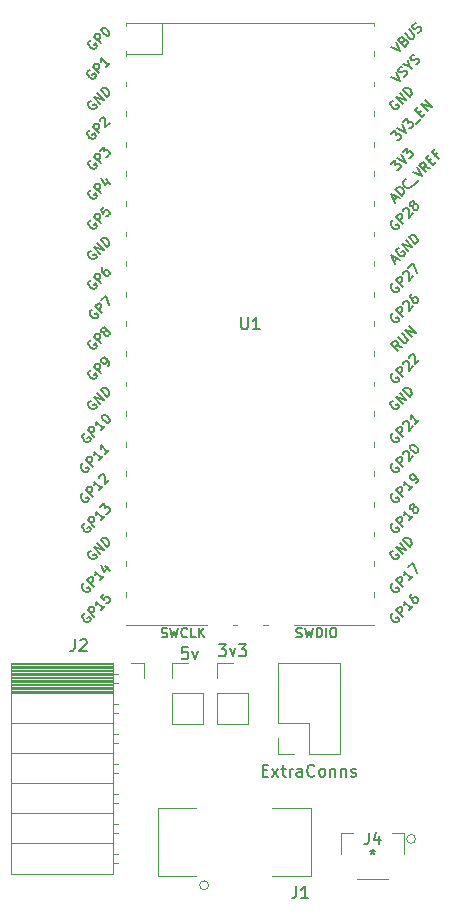
<source format=gbr>
%TF.GenerationSoftware,KiCad,Pcbnew,6.0.8-f2edbf62ab~116~ubuntu22.04.1*%
%TF.CreationDate,2022-10-03T19:03:55-04:00*%
%TF.ProjectId,PicoProbeProgrammerBoard,5069636f-5072-46f6-9265-50726f677261,rev?*%
%TF.SameCoordinates,Original*%
%TF.FileFunction,Legend,Top*%
%TF.FilePolarity,Positive*%
%FSLAX46Y46*%
G04 Gerber Fmt 4.6, Leading zero omitted, Abs format (unit mm)*
G04 Created by KiCad (PCBNEW 6.0.8-f2edbf62ab~116~ubuntu22.04.1) date 2022-10-03 19:03:55*
%MOMM*%
%LPD*%
G01*
G04 APERTURE LIST*
%ADD10C,0.150000*%
%ADD11C,0.120000*%
G04 APERTURE END LIST*
D10*
%TO.C,J2*%
X113904666Y-71866380D02*
X113904666Y-72580666D01*
X113857047Y-72723523D01*
X113761809Y-72818761D01*
X113618952Y-72866380D01*
X113523714Y-72866380D01*
X114333238Y-71961619D02*
X114380857Y-71914000D01*
X114476095Y-71866380D01*
X114714190Y-71866380D01*
X114809428Y-71914000D01*
X114857047Y-71961619D01*
X114904666Y-72056857D01*
X114904666Y-72152095D01*
X114857047Y-72294952D01*
X114285619Y-72866380D01*
X114904666Y-72866380D01*
%TO.C,J4*%
X138766666Y-88223980D02*
X138766666Y-88938266D01*
X138719047Y-89081123D01*
X138623809Y-89176361D01*
X138480952Y-89223980D01*
X138385714Y-89223980D01*
X139671428Y-88557314D02*
X139671428Y-89223980D01*
X139433333Y-88176361D02*
X139195238Y-88890647D01*
X139814285Y-88890647D01*
X139100000Y-89652380D02*
X139100000Y-89890476D01*
X138861904Y-89795238D02*
X139100000Y-89890476D01*
X139338095Y-89795238D01*
X138957142Y-90080952D02*
X139100000Y-89890476D01*
X139242857Y-90080952D01*
%TO.C,ExtraConns*%
X129802428Y-82962571D02*
X130135761Y-82962571D01*
X130278619Y-83486380D02*
X129802428Y-83486380D01*
X129802428Y-82486380D01*
X130278619Y-82486380D01*
X130611952Y-83486380D02*
X131135761Y-82819714D01*
X130611952Y-82819714D02*
X131135761Y-83486380D01*
X131373857Y-82819714D02*
X131754809Y-82819714D01*
X131516714Y-82486380D02*
X131516714Y-83343523D01*
X131564333Y-83438761D01*
X131659571Y-83486380D01*
X131754809Y-83486380D01*
X132088142Y-83486380D02*
X132088142Y-82819714D01*
X132088142Y-83010190D02*
X132135761Y-82914952D01*
X132183380Y-82867333D01*
X132278619Y-82819714D01*
X132373857Y-82819714D01*
X133135761Y-83486380D02*
X133135761Y-82962571D01*
X133088142Y-82867333D01*
X132992904Y-82819714D01*
X132802428Y-82819714D01*
X132707190Y-82867333D01*
X133135761Y-83438761D02*
X133040523Y-83486380D01*
X132802428Y-83486380D01*
X132707190Y-83438761D01*
X132659571Y-83343523D01*
X132659571Y-83248285D01*
X132707190Y-83153047D01*
X132802428Y-83105428D01*
X133040523Y-83105428D01*
X133135761Y-83057809D01*
X134183380Y-83391142D02*
X134135761Y-83438761D01*
X133992904Y-83486380D01*
X133897666Y-83486380D01*
X133754809Y-83438761D01*
X133659571Y-83343523D01*
X133611952Y-83248285D01*
X133564333Y-83057809D01*
X133564333Y-82914952D01*
X133611952Y-82724476D01*
X133659571Y-82629238D01*
X133754809Y-82534000D01*
X133897666Y-82486380D01*
X133992904Y-82486380D01*
X134135761Y-82534000D01*
X134183380Y-82581619D01*
X134754809Y-83486380D02*
X134659571Y-83438761D01*
X134611952Y-83391142D01*
X134564333Y-83295904D01*
X134564333Y-83010190D01*
X134611952Y-82914952D01*
X134659571Y-82867333D01*
X134754809Y-82819714D01*
X134897666Y-82819714D01*
X134992904Y-82867333D01*
X135040523Y-82914952D01*
X135088142Y-83010190D01*
X135088142Y-83295904D01*
X135040523Y-83391142D01*
X134992904Y-83438761D01*
X134897666Y-83486380D01*
X134754809Y-83486380D01*
X135516714Y-82819714D02*
X135516714Y-83486380D01*
X135516714Y-82914952D02*
X135564333Y-82867333D01*
X135659571Y-82819714D01*
X135802428Y-82819714D01*
X135897666Y-82867333D01*
X135945285Y-82962571D01*
X135945285Y-83486380D01*
X136421476Y-82819714D02*
X136421476Y-83486380D01*
X136421476Y-82914952D02*
X136469095Y-82867333D01*
X136564333Y-82819714D01*
X136707190Y-82819714D01*
X136802428Y-82867333D01*
X136850047Y-82962571D01*
X136850047Y-83486380D01*
X137278619Y-83438761D02*
X137373857Y-83486380D01*
X137564333Y-83486380D01*
X137659571Y-83438761D01*
X137707190Y-83343523D01*
X137707190Y-83295904D01*
X137659571Y-83200666D01*
X137564333Y-83153047D01*
X137421476Y-83153047D01*
X137326238Y-83105428D01*
X137278619Y-83010190D01*
X137278619Y-82962571D01*
X137326238Y-82867333D01*
X137421476Y-82819714D01*
X137564333Y-82819714D01*
X137659571Y-82867333D01*
%TO.C,3v3*%
X126063523Y-72306380D02*
X126682571Y-72306380D01*
X126349238Y-72687333D01*
X126492095Y-72687333D01*
X126587333Y-72734952D01*
X126634952Y-72782571D01*
X126682571Y-72877809D01*
X126682571Y-73115904D01*
X126634952Y-73211142D01*
X126587333Y-73258761D01*
X126492095Y-73306380D01*
X126206380Y-73306380D01*
X126111142Y-73258761D01*
X126063523Y-73211142D01*
X127015904Y-72639714D02*
X127254000Y-73306380D01*
X127492095Y-72639714D01*
X127777809Y-72306380D02*
X128396857Y-72306380D01*
X128063523Y-72687333D01*
X128206380Y-72687333D01*
X128301619Y-72734952D01*
X128349238Y-72782571D01*
X128396857Y-72877809D01*
X128396857Y-73115904D01*
X128349238Y-73211142D01*
X128301619Y-73258761D01*
X128206380Y-73306380D01*
X127920666Y-73306380D01*
X127825428Y-73258761D01*
X127777809Y-73211142D01*
%TO.C,5v*%
X123453542Y-72553580D02*
X122977352Y-72553580D01*
X122929733Y-73029771D01*
X122977352Y-72982152D01*
X123072590Y-72934533D01*
X123310685Y-72934533D01*
X123405923Y-72982152D01*
X123453542Y-73029771D01*
X123501161Y-73125009D01*
X123501161Y-73363104D01*
X123453542Y-73458342D01*
X123405923Y-73505961D01*
X123310685Y-73553580D01*
X123072590Y-73553580D01*
X122977352Y-73505961D01*
X122929733Y-73458342D01*
X123834495Y-72886914D02*
X124072590Y-73553580D01*
X124310685Y-72886914D01*
%TO.C,J1*%
X132635666Y-92784380D02*
X132635666Y-93498666D01*
X132588047Y-93641523D01*
X132492809Y-93736761D01*
X132349952Y-93784380D01*
X132254714Y-93784380D01*
X133635666Y-93784380D02*
X133064238Y-93784380D01*
X133349952Y-93784380D02*
X133349952Y-92784380D01*
X133254714Y-92927238D01*
X133159476Y-93022476D01*
X133064238Y-93070095D01*
%TO.C,U1*%
X127988095Y-44602380D02*
X127988095Y-45411904D01*
X128035714Y-45507142D01*
X128083333Y-45554761D01*
X128178571Y-45602380D01*
X128369047Y-45602380D01*
X128464285Y-45554761D01*
X128511904Y-45507142D01*
X128559523Y-45411904D01*
X128559523Y-44602380D01*
X129559523Y-45602380D02*
X128988095Y-45602380D01*
X129273809Y-45602380D02*
X129273809Y-44602380D01*
X129178571Y-44745238D01*
X129083333Y-44840476D01*
X128988095Y-44888095D01*
X140670473Y-24219966D02*
X141424720Y-24597089D01*
X141047597Y-23842842D01*
X141747969Y-24219966D02*
X141855719Y-24166091D01*
X141990406Y-24031404D01*
X142017343Y-23950592D01*
X142017343Y-23896717D01*
X141990406Y-23815905D01*
X141936531Y-23762030D01*
X141855719Y-23735093D01*
X141801844Y-23735093D01*
X141721032Y-23762030D01*
X141586345Y-23842842D01*
X141505532Y-23869780D01*
X141451658Y-23869780D01*
X141370845Y-23842842D01*
X141316971Y-23788967D01*
X141290033Y-23708155D01*
X141290033Y-23654280D01*
X141316971Y-23573468D01*
X141451658Y-23438781D01*
X141559407Y-23384906D01*
X142178967Y-23304094D02*
X142448341Y-23573468D01*
X141694094Y-23196345D02*
X142178967Y-23304094D01*
X142071218Y-22819221D01*
X142771590Y-23196345D02*
X142879340Y-23142470D01*
X143014027Y-23007783D01*
X143040964Y-22926971D01*
X143040964Y-22873096D01*
X143014027Y-22792284D01*
X142960152Y-22738409D01*
X142879340Y-22711471D01*
X142825465Y-22711471D01*
X142744653Y-22738409D01*
X142609966Y-22819221D01*
X142529154Y-22846158D01*
X142475279Y-22846158D01*
X142394467Y-22819221D01*
X142340592Y-22765346D01*
X142313654Y-22684534D01*
X142313654Y-22630659D01*
X142340592Y-22549847D01*
X142475279Y-22415160D01*
X142583028Y-22361285D01*
X115236158Y-51648155D02*
X115155346Y-51675093D01*
X115074534Y-51755905D01*
X115020659Y-51863654D01*
X115020659Y-51971404D01*
X115047597Y-52052216D01*
X115128409Y-52186903D01*
X115209221Y-52267715D01*
X115343908Y-52348528D01*
X115424720Y-52375465D01*
X115532470Y-52375465D01*
X115640219Y-52321590D01*
X115694094Y-52267715D01*
X115747969Y-52159966D01*
X115747969Y-52106091D01*
X115559407Y-51917529D01*
X115451658Y-52025279D01*
X116044280Y-51917529D02*
X115478595Y-51351844D01*
X116367529Y-51594280D01*
X115801844Y-51028595D01*
X116636903Y-51324906D02*
X116071218Y-50759221D01*
X116205905Y-50624534D01*
X116313654Y-50570659D01*
X116421404Y-50570659D01*
X116502216Y-50597597D01*
X116636903Y-50678409D01*
X116717715Y-50759221D01*
X116798528Y-50893908D01*
X116825465Y-50974720D01*
X116825465Y-51082470D01*
X116771590Y-51190219D01*
X116636903Y-51324906D01*
X140847722Y-62050592D02*
X140766910Y-62077529D01*
X140686097Y-62158341D01*
X140632223Y-62266091D01*
X140632223Y-62373841D01*
X140659160Y-62454653D01*
X140739972Y-62589340D01*
X140820784Y-62670152D01*
X140955471Y-62750964D01*
X141036284Y-62777902D01*
X141144033Y-62777902D01*
X141251783Y-62724027D01*
X141305658Y-62670152D01*
X141359532Y-62562402D01*
X141359532Y-62508528D01*
X141170971Y-62319966D01*
X141063221Y-62427715D01*
X141655844Y-62319966D02*
X141090158Y-61754280D01*
X141305658Y-61538781D01*
X141386470Y-61511844D01*
X141440345Y-61511844D01*
X141521157Y-61538781D01*
X141601969Y-61619593D01*
X141628906Y-61700406D01*
X141628906Y-61754280D01*
X141601969Y-61835093D01*
X141386470Y-62050592D01*
X142517841Y-61457969D02*
X142194592Y-61781218D01*
X142356216Y-61619593D02*
X141790531Y-61053908D01*
X141817468Y-61188595D01*
X141817468Y-61296345D01*
X141790531Y-61377157D01*
X142517841Y-60811471D02*
X142437028Y-60838409D01*
X142383154Y-60838409D01*
X142302341Y-60811471D01*
X142275404Y-60784534D01*
X142248467Y-60703722D01*
X142248467Y-60649847D01*
X142275404Y-60569035D01*
X142383154Y-60461285D01*
X142463966Y-60434348D01*
X142517841Y-60434348D01*
X142598653Y-60461285D01*
X142625590Y-60488223D01*
X142652528Y-60569035D01*
X142652528Y-60622910D01*
X142625590Y-60703722D01*
X142517841Y-60811471D01*
X142490903Y-60892284D01*
X142490903Y-60946158D01*
X142517841Y-61026971D01*
X142625590Y-61134720D01*
X142706402Y-61161658D01*
X142760277Y-61161658D01*
X142841089Y-61134720D01*
X142948839Y-61026971D01*
X142975776Y-60946158D01*
X142975776Y-60892284D01*
X142948839Y-60811471D01*
X142841089Y-60703722D01*
X142760277Y-60676784D01*
X142706402Y-60676784D01*
X142625590Y-60703722D01*
X115263096Y-46541218D02*
X115182284Y-46568155D01*
X115101471Y-46648967D01*
X115047597Y-46756717D01*
X115047597Y-46864467D01*
X115074534Y-46945279D01*
X115155346Y-47079966D01*
X115236158Y-47160778D01*
X115370845Y-47241590D01*
X115451658Y-47268528D01*
X115559407Y-47268528D01*
X115667157Y-47214653D01*
X115721032Y-47160778D01*
X115774906Y-47053028D01*
X115774906Y-46999154D01*
X115586345Y-46810592D01*
X115478595Y-46918341D01*
X116071218Y-46810592D02*
X115505532Y-46244906D01*
X115721032Y-46029407D01*
X115801844Y-46002470D01*
X115855719Y-46002470D01*
X115936531Y-46029407D01*
X116017343Y-46110219D01*
X116044280Y-46191032D01*
X116044280Y-46244906D01*
X116017343Y-46325719D01*
X115801844Y-46541218D01*
X116394467Y-45840845D02*
X116313654Y-45867783D01*
X116259780Y-45867783D01*
X116178967Y-45840845D01*
X116152030Y-45813908D01*
X116125093Y-45733096D01*
X116125093Y-45679221D01*
X116152030Y-45598409D01*
X116259780Y-45490659D01*
X116340592Y-45463722D01*
X116394467Y-45463722D01*
X116475279Y-45490659D01*
X116502216Y-45517597D01*
X116529154Y-45598409D01*
X116529154Y-45652284D01*
X116502216Y-45733096D01*
X116394467Y-45840845D01*
X116367529Y-45921658D01*
X116367529Y-45975532D01*
X116394467Y-46056345D01*
X116502216Y-46164094D01*
X116583028Y-46191032D01*
X116636903Y-46191032D01*
X116717715Y-46164094D01*
X116825465Y-46056345D01*
X116852402Y-45975532D01*
X116852402Y-45921658D01*
X116825465Y-45840845D01*
X116717715Y-45733096D01*
X116636903Y-45706158D01*
X116583028Y-45706158D01*
X116502216Y-45733096D01*
X140847722Y-44270592D02*
X140766910Y-44297529D01*
X140686097Y-44378341D01*
X140632223Y-44486091D01*
X140632223Y-44593841D01*
X140659160Y-44674653D01*
X140739972Y-44809340D01*
X140820784Y-44890152D01*
X140955471Y-44970964D01*
X141036284Y-44997902D01*
X141144033Y-44997902D01*
X141251783Y-44944027D01*
X141305658Y-44890152D01*
X141359532Y-44782402D01*
X141359532Y-44728528D01*
X141170971Y-44539966D01*
X141063221Y-44647715D01*
X141655844Y-44539966D02*
X141090158Y-43974280D01*
X141305658Y-43758781D01*
X141386470Y-43731844D01*
X141440345Y-43731844D01*
X141521157Y-43758781D01*
X141601969Y-43839593D01*
X141628906Y-43920406D01*
X141628906Y-43974280D01*
X141601969Y-44055093D01*
X141386470Y-44270592D01*
X141682781Y-43489407D02*
X141682781Y-43435532D01*
X141709719Y-43354720D01*
X141844406Y-43220033D01*
X141925218Y-43193096D01*
X141979093Y-43193096D01*
X142059905Y-43220033D01*
X142113780Y-43273908D01*
X142167654Y-43381658D01*
X142167654Y-44028155D01*
X142517841Y-43677969D01*
X142437028Y-42627410D02*
X142329279Y-42735160D01*
X142302341Y-42815972D01*
X142302341Y-42869847D01*
X142329279Y-43004534D01*
X142410091Y-43139221D01*
X142625590Y-43354720D01*
X142706402Y-43381658D01*
X142760277Y-43381658D01*
X142841089Y-43354720D01*
X142948839Y-43246971D01*
X142975776Y-43166158D01*
X142975776Y-43112284D01*
X142948839Y-43031471D01*
X142814152Y-42896784D01*
X142733340Y-42869847D01*
X142679465Y-42869847D01*
X142598653Y-42896784D01*
X142490903Y-43004534D01*
X142463966Y-43085346D01*
X142463966Y-43139221D01*
X142490903Y-43220033D01*
X115163096Y-23671218D02*
X115082284Y-23698155D01*
X115001471Y-23778967D01*
X114947597Y-23886717D01*
X114947597Y-23994467D01*
X114974534Y-24075279D01*
X115055346Y-24209966D01*
X115136158Y-24290778D01*
X115270845Y-24371590D01*
X115351658Y-24398528D01*
X115459407Y-24398528D01*
X115567157Y-24344653D01*
X115621032Y-24290778D01*
X115674906Y-24183028D01*
X115674906Y-24129154D01*
X115486345Y-23940592D01*
X115378595Y-24048341D01*
X115971218Y-23940592D02*
X115405532Y-23374906D01*
X115621032Y-23159407D01*
X115701844Y-23132470D01*
X115755719Y-23132470D01*
X115836531Y-23159407D01*
X115917343Y-23240219D01*
X115944280Y-23321032D01*
X115944280Y-23374906D01*
X115917343Y-23455719D01*
X115701844Y-23671218D01*
X116833215Y-23078595D02*
X116509966Y-23401844D01*
X116671590Y-23240219D02*
X116105905Y-22674534D01*
X116132842Y-22809221D01*
X116132842Y-22916971D01*
X116105905Y-22997783D01*
X115263096Y-33841218D02*
X115182284Y-33868155D01*
X115101471Y-33948967D01*
X115047597Y-34056717D01*
X115047597Y-34164467D01*
X115074534Y-34245279D01*
X115155346Y-34379966D01*
X115236158Y-34460778D01*
X115370845Y-34541590D01*
X115451658Y-34568528D01*
X115559407Y-34568528D01*
X115667157Y-34514653D01*
X115721032Y-34460778D01*
X115774906Y-34353028D01*
X115774906Y-34299154D01*
X115586345Y-34110592D01*
X115478595Y-34218341D01*
X116071218Y-34110592D02*
X115505532Y-33544906D01*
X115721032Y-33329407D01*
X115801844Y-33302470D01*
X115855719Y-33302470D01*
X115936531Y-33329407D01*
X116017343Y-33410219D01*
X116044280Y-33491032D01*
X116044280Y-33544906D01*
X116017343Y-33625719D01*
X115801844Y-33841218D01*
X116502216Y-32925346D02*
X116879340Y-33302470D01*
X116152030Y-32844534D02*
X116421404Y-33383282D01*
X116771590Y-33033096D01*
X140847722Y-49350592D02*
X140766910Y-49377529D01*
X140686097Y-49458341D01*
X140632223Y-49566091D01*
X140632223Y-49673841D01*
X140659160Y-49754653D01*
X140739972Y-49889340D01*
X140820784Y-49970152D01*
X140955471Y-50050964D01*
X141036284Y-50077902D01*
X141144033Y-50077902D01*
X141251783Y-50024027D01*
X141305658Y-49970152D01*
X141359532Y-49862402D01*
X141359532Y-49808528D01*
X141170971Y-49619966D01*
X141063221Y-49727715D01*
X141655844Y-49619966D02*
X141090158Y-49054280D01*
X141305658Y-48838781D01*
X141386470Y-48811844D01*
X141440345Y-48811844D01*
X141521157Y-48838781D01*
X141601969Y-48919593D01*
X141628906Y-49000406D01*
X141628906Y-49054280D01*
X141601969Y-49135093D01*
X141386470Y-49350592D01*
X141682781Y-48569407D02*
X141682781Y-48515532D01*
X141709719Y-48434720D01*
X141844406Y-48300033D01*
X141925218Y-48273096D01*
X141979093Y-48273096D01*
X142059905Y-48300033D01*
X142113780Y-48353908D01*
X142167654Y-48461658D01*
X142167654Y-49108155D01*
X142517841Y-48757969D01*
X142221529Y-48030659D02*
X142221529Y-47976784D01*
X142248467Y-47895972D01*
X142383154Y-47761285D01*
X142463966Y-47734348D01*
X142517841Y-47734348D01*
X142598653Y-47761285D01*
X142652528Y-47815160D01*
X142706402Y-47922910D01*
X142706402Y-48569407D01*
X143056589Y-48219221D01*
X114593722Y-56970592D02*
X114512910Y-56997529D01*
X114432097Y-57078341D01*
X114378223Y-57186091D01*
X114378223Y-57293841D01*
X114405160Y-57374653D01*
X114485972Y-57509340D01*
X114566784Y-57590152D01*
X114701471Y-57670964D01*
X114782284Y-57697902D01*
X114890033Y-57697902D01*
X114997783Y-57644027D01*
X115051658Y-57590152D01*
X115105532Y-57482402D01*
X115105532Y-57428528D01*
X114916971Y-57239966D01*
X114809221Y-57347715D01*
X115401844Y-57239966D02*
X114836158Y-56674280D01*
X115051658Y-56458781D01*
X115132470Y-56431844D01*
X115186345Y-56431844D01*
X115267157Y-56458781D01*
X115347969Y-56539593D01*
X115374906Y-56620406D01*
X115374906Y-56674280D01*
X115347969Y-56755093D01*
X115132470Y-56970592D01*
X116263841Y-56377969D02*
X115940592Y-56701218D01*
X116102216Y-56539593D02*
X115536531Y-55973908D01*
X115563468Y-56108595D01*
X115563468Y-56216345D01*
X115536531Y-56297157D01*
X116802589Y-55839221D02*
X116479340Y-56162470D01*
X116640964Y-56000845D02*
X116075279Y-55435160D01*
X116102216Y-55569847D01*
X116102216Y-55677597D01*
X116075279Y-55758409D01*
X121240476Y-71673809D02*
X121354761Y-71711904D01*
X121545238Y-71711904D01*
X121621428Y-71673809D01*
X121659523Y-71635714D01*
X121697619Y-71559523D01*
X121697619Y-71483333D01*
X121659523Y-71407142D01*
X121621428Y-71369047D01*
X121545238Y-71330952D01*
X121392857Y-71292857D01*
X121316666Y-71254761D01*
X121278571Y-71216666D01*
X121240476Y-71140476D01*
X121240476Y-71064285D01*
X121278571Y-70988095D01*
X121316666Y-70950000D01*
X121392857Y-70911904D01*
X121583333Y-70911904D01*
X121697619Y-70950000D01*
X121964285Y-70911904D02*
X122154761Y-71711904D01*
X122307142Y-71140476D01*
X122459523Y-71711904D01*
X122650000Y-70911904D01*
X123411904Y-71635714D02*
X123373809Y-71673809D01*
X123259523Y-71711904D01*
X123183333Y-71711904D01*
X123069047Y-71673809D01*
X122992857Y-71597619D01*
X122954761Y-71521428D01*
X122916666Y-71369047D01*
X122916666Y-71254761D01*
X122954761Y-71102380D01*
X122992857Y-71026190D01*
X123069047Y-70950000D01*
X123183333Y-70911904D01*
X123259523Y-70911904D01*
X123373809Y-70950000D01*
X123411904Y-70988095D01*
X124135714Y-71711904D02*
X123754761Y-71711904D01*
X123754761Y-70911904D01*
X124402380Y-71711904D02*
X124402380Y-70911904D01*
X124859523Y-71711904D02*
X124516666Y-71254761D01*
X124859523Y-70911904D02*
X124402380Y-71369047D01*
X140639847Y-31640592D02*
X140990033Y-31290406D01*
X141016971Y-31694467D01*
X141097783Y-31613654D01*
X141178595Y-31586717D01*
X141232470Y-31586717D01*
X141313282Y-31613654D01*
X141447969Y-31748341D01*
X141474906Y-31829154D01*
X141474906Y-31883028D01*
X141447969Y-31963841D01*
X141286345Y-32125465D01*
X141205532Y-32152402D01*
X141151658Y-32152402D01*
X141151658Y-31128781D02*
X141905905Y-31505905D01*
X141528781Y-30751658D01*
X141663468Y-30616971D02*
X142013654Y-30266784D01*
X142040592Y-30670845D01*
X142121404Y-30590033D01*
X142202216Y-30563096D01*
X142256091Y-30563096D01*
X142336903Y-30590033D01*
X142471590Y-30724720D01*
X142498528Y-30805532D01*
X142498528Y-30859407D01*
X142471590Y-30940219D01*
X142309966Y-31101844D01*
X142229154Y-31128781D01*
X142175279Y-31128781D01*
X140847722Y-36396592D02*
X140766910Y-36423529D01*
X140686097Y-36504341D01*
X140632223Y-36612091D01*
X140632223Y-36719841D01*
X140659160Y-36800653D01*
X140739972Y-36935340D01*
X140820784Y-37016152D01*
X140955471Y-37096964D01*
X141036284Y-37123902D01*
X141144033Y-37123902D01*
X141251783Y-37070027D01*
X141305658Y-37016152D01*
X141359532Y-36908402D01*
X141359532Y-36854528D01*
X141170971Y-36665966D01*
X141063221Y-36773715D01*
X141655844Y-36665966D02*
X141090158Y-36100280D01*
X141305658Y-35884781D01*
X141386470Y-35857844D01*
X141440345Y-35857844D01*
X141521157Y-35884781D01*
X141601969Y-35965593D01*
X141628906Y-36046406D01*
X141628906Y-36100280D01*
X141601969Y-36181093D01*
X141386470Y-36396592D01*
X141682781Y-35615407D02*
X141682781Y-35561532D01*
X141709719Y-35480720D01*
X141844406Y-35346033D01*
X141925218Y-35319096D01*
X141979093Y-35319096D01*
X142059905Y-35346033D01*
X142113780Y-35399908D01*
X142167654Y-35507658D01*
X142167654Y-36154155D01*
X142517841Y-35803969D01*
X142517841Y-35157471D02*
X142437028Y-35184409D01*
X142383154Y-35184409D01*
X142302341Y-35157471D01*
X142275404Y-35130534D01*
X142248467Y-35049722D01*
X142248467Y-34995847D01*
X142275404Y-34915035D01*
X142383154Y-34807285D01*
X142463966Y-34780348D01*
X142517841Y-34780348D01*
X142598653Y-34807285D01*
X142625590Y-34834223D01*
X142652528Y-34915035D01*
X142652528Y-34968910D01*
X142625590Y-35049722D01*
X142517841Y-35157471D01*
X142490903Y-35238284D01*
X142490903Y-35292158D01*
X142517841Y-35372971D01*
X142625590Y-35480720D01*
X142706402Y-35507658D01*
X142760277Y-35507658D01*
X142841089Y-35480720D01*
X142948839Y-35372971D01*
X142975776Y-35292158D01*
X142975776Y-35238284D01*
X142948839Y-35157471D01*
X142841089Y-35049722D01*
X142760277Y-35022784D01*
X142706402Y-35022784D01*
X142625590Y-35049722D01*
X140847722Y-69670592D02*
X140766910Y-69697529D01*
X140686097Y-69778341D01*
X140632223Y-69886091D01*
X140632223Y-69993841D01*
X140659160Y-70074653D01*
X140739972Y-70209340D01*
X140820784Y-70290152D01*
X140955471Y-70370964D01*
X141036284Y-70397902D01*
X141144033Y-70397902D01*
X141251783Y-70344027D01*
X141305658Y-70290152D01*
X141359532Y-70182402D01*
X141359532Y-70128528D01*
X141170971Y-69939966D01*
X141063221Y-70047715D01*
X141655844Y-69939966D02*
X141090158Y-69374280D01*
X141305658Y-69158781D01*
X141386470Y-69131844D01*
X141440345Y-69131844D01*
X141521157Y-69158781D01*
X141601969Y-69239593D01*
X141628906Y-69320406D01*
X141628906Y-69374280D01*
X141601969Y-69455093D01*
X141386470Y-69670592D01*
X142517841Y-69077969D02*
X142194592Y-69401218D01*
X142356216Y-69239593D02*
X141790531Y-68673908D01*
X141817468Y-68808595D01*
X141817468Y-68916345D01*
X141790531Y-68997157D01*
X142437028Y-68027410D02*
X142329279Y-68135160D01*
X142302341Y-68215972D01*
X142302341Y-68269847D01*
X142329279Y-68404534D01*
X142410091Y-68539221D01*
X142625590Y-68754720D01*
X142706402Y-68781658D01*
X142760277Y-68781658D01*
X142841089Y-68754720D01*
X142948839Y-68646971D01*
X142975776Y-68566158D01*
X142975776Y-68512284D01*
X142948839Y-68431471D01*
X142814152Y-68296784D01*
X142733340Y-68269847D01*
X142679465Y-68269847D01*
X142598653Y-68296784D01*
X142490903Y-68404534D01*
X142463966Y-68485346D01*
X142463966Y-68539221D01*
X142490903Y-68620033D01*
X140836158Y-51648155D02*
X140755346Y-51675093D01*
X140674534Y-51755905D01*
X140620659Y-51863654D01*
X140620659Y-51971404D01*
X140647597Y-52052216D01*
X140728409Y-52186903D01*
X140809221Y-52267715D01*
X140943908Y-52348528D01*
X141024720Y-52375465D01*
X141132470Y-52375465D01*
X141240219Y-52321590D01*
X141294094Y-52267715D01*
X141347969Y-52159966D01*
X141347969Y-52106091D01*
X141159407Y-51917529D01*
X141051658Y-52025279D01*
X141644280Y-51917529D02*
X141078595Y-51351844D01*
X141967529Y-51594280D01*
X141401844Y-51028595D01*
X142236903Y-51324906D02*
X141671218Y-50759221D01*
X141805905Y-50624534D01*
X141913654Y-50570659D01*
X142021404Y-50570659D01*
X142102216Y-50597597D01*
X142236903Y-50678409D01*
X142317715Y-50759221D01*
X142398528Y-50893908D01*
X142425465Y-50974720D01*
X142425465Y-51082470D01*
X142371590Y-51190219D01*
X142236903Y-51324906D01*
X115263096Y-21141218D02*
X115182284Y-21168155D01*
X115101471Y-21248967D01*
X115047597Y-21356717D01*
X115047597Y-21464467D01*
X115074534Y-21545279D01*
X115155346Y-21679966D01*
X115236158Y-21760778D01*
X115370845Y-21841590D01*
X115451658Y-21868528D01*
X115559407Y-21868528D01*
X115667157Y-21814653D01*
X115721032Y-21760778D01*
X115774906Y-21653028D01*
X115774906Y-21599154D01*
X115586345Y-21410592D01*
X115478595Y-21518341D01*
X116071218Y-21410592D02*
X115505532Y-20844906D01*
X115721032Y-20629407D01*
X115801844Y-20602470D01*
X115855719Y-20602470D01*
X115936531Y-20629407D01*
X116017343Y-20710219D01*
X116044280Y-20791032D01*
X116044280Y-20844906D01*
X116017343Y-20925719D01*
X115801844Y-21141218D01*
X116178967Y-20171471D02*
X116232842Y-20117597D01*
X116313654Y-20090659D01*
X116367529Y-20090659D01*
X116448341Y-20117597D01*
X116583028Y-20198409D01*
X116717715Y-20333096D01*
X116798528Y-20467783D01*
X116825465Y-20548595D01*
X116825465Y-20602470D01*
X116798528Y-20683282D01*
X116744653Y-20737157D01*
X116663841Y-20764094D01*
X116609966Y-20764094D01*
X116529154Y-20737157D01*
X116394467Y-20656345D01*
X116259780Y-20521658D01*
X116178967Y-20386971D01*
X116152030Y-20306158D01*
X116152030Y-20252284D01*
X116178967Y-20171471D01*
X140904788Y-34683773D02*
X141174162Y-34414399D01*
X141012537Y-34899272D02*
X140635414Y-34145025D01*
X141389661Y-34522149D01*
X141578223Y-34333587D02*
X141012537Y-33767902D01*
X141147224Y-33633215D01*
X141254974Y-33579340D01*
X141362723Y-33579340D01*
X141443536Y-33606277D01*
X141578223Y-33687089D01*
X141659035Y-33767902D01*
X141739847Y-33902589D01*
X141766784Y-33983401D01*
X141766784Y-34091150D01*
X141712910Y-34198900D01*
X141578223Y-34333587D01*
X142413282Y-33390778D02*
X142413282Y-33444653D01*
X142359407Y-33552402D01*
X142305532Y-33606277D01*
X142197783Y-33660152D01*
X142090033Y-33660152D01*
X142009221Y-33633215D01*
X141874534Y-33552402D01*
X141793722Y-33471590D01*
X141712910Y-33336903D01*
X141685972Y-33256091D01*
X141685972Y-33148341D01*
X141739847Y-33040592D01*
X141793722Y-32986717D01*
X141901471Y-32932842D01*
X141955346Y-32932842D01*
X142628781Y-33390778D02*
X143059780Y-32959780D01*
X142494094Y-32286345D02*
X143248341Y-32663468D01*
X142871218Y-31909221D01*
X143948714Y-31963096D02*
X143490778Y-31882284D01*
X143625465Y-32286345D02*
X143059780Y-31720659D01*
X143275279Y-31505160D01*
X143356091Y-31478223D01*
X143409966Y-31478223D01*
X143490778Y-31505160D01*
X143571590Y-31585972D01*
X143598528Y-31666784D01*
X143598528Y-31720659D01*
X143571590Y-31801471D01*
X143356091Y-32016971D01*
X143894839Y-31424348D02*
X144083401Y-31235786D01*
X144460524Y-31451285D02*
X144191150Y-31720659D01*
X143625465Y-31154974D01*
X143894839Y-30885600D01*
X144595211Y-30723975D02*
X144406650Y-30912537D01*
X144702961Y-31208849D02*
X144137276Y-30643163D01*
X144406650Y-30373789D01*
X140847722Y-41740592D02*
X140766910Y-41767529D01*
X140686097Y-41848341D01*
X140632223Y-41956091D01*
X140632223Y-42063841D01*
X140659160Y-42144653D01*
X140739972Y-42279340D01*
X140820784Y-42360152D01*
X140955471Y-42440964D01*
X141036284Y-42467902D01*
X141144033Y-42467902D01*
X141251783Y-42414027D01*
X141305658Y-42360152D01*
X141359532Y-42252402D01*
X141359532Y-42198528D01*
X141170971Y-42009966D01*
X141063221Y-42117715D01*
X141655844Y-42009966D02*
X141090158Y-41444280D01*
X141305658Y-41228781D01*
X141386470Y-41201844D01*
X141440345Y-41201844D01*
X141521157Y-41228781D01*
X141601969Y-41309593D01*
X141628906Y-41390406D01*
X141628906Y-41444280D01*
X141601969Y-41525093D01*
X141386470Y-41740592D01*
X141682781Y-40959407D02*
X141682781Y-40905532D01*
X141709719Y-40824720D01*
X141844406Y-40690033D01*
X141925218Y-40663096D01*
X141979093Y-40663096D01*
X142059905Y-40690033D01*
X142113780Y-40743908D01*
X142167654Y-40851658D01*
X142167654Y-41498155D01*
X142517841Y-41147969D01*
X142140717Y-40393722D02*
X142517841Y-40016598D01*
X142841089Y-40824720D01*
X114693722Y-67130592D02*
X114612910Y-67157529D01*
X114532097Y-67238341D01*
X114478223Y-67346091D01*
X114478223Y-67453841D01*
X114505160Y-67534653D01*
X114585972Y-67669340D01*
X114666784Y-67750152D01*
X114801471Y-67830964D01*
X114882284Y-67857902D01*
X114990033Y-67857902D01*
X115097783Y-67804027D01*
X115151658Y-67750152D01*
X115205532Y-67642402D01*
X115205532Y-67588528D01*
X115016971Y-67399966D01*
X114909221Y-67507715D01*
X115501844Y-67399966D02*
X114936158Y-66834280D01*
X115151658Y-66618781D01*
X115232470Y-66591844D01*
X115286345Y-66591844D01*
X115367157Y-66618781D01*
X115447969Y-66699593D01*
X115474906Y-66780406D01*
X115474906Y-66834280D01*
X115447969Y-66915093D01*
X115232470Y-67130592D01*
X116363841Y-66537969D02*
X116040592Y-66861218D01*
X116202216Y-66699593D02*
X115636531Y-66133908D01*
X115663468Y-66268595D01*
X115663468Y-66376345D01*
X115636531Y-66457157D01*
X116471590Y-65675972D02*
X116848714Y-66053096D01*
X116121404Y-65595160D02*
X116390778Y-66133908D01*
X116740964Y-65783722D01*
X114739722Y-62050592D02*
X114658910Y-62077529D01*
X114578097Y-62158341D01*
X114524223Y-62266091D01*
X114524223Y-62373841D01*
X114551160Y-62454653D01*
X114631972Y-62589340D01*
X114712784Y-62670152D01*
X114847471Y-62750964D01*
X114928284Y-62777902D01*
X115036033Y-62777902D01*
X115143783Y-62724027D01*
X115197658Y-62670152D01*
X115251532Y-62562402D01*
X115251532Y-62508528D01*
X115062971Y-62319966D01*
X114955221Y-62427715D01*
X115547844Y-62319966D02*
X114982158Y-61754280D01*
X115197658Y-61538781D01*
X115278470Y-61511844D01*
X115332345Y-61511844D01*
X115413157Y-61538781D01*
X115493969Y-61619593D01*
X115520906Y-61700406D01*
X115520906Y-61754280D01*
X115493969Y-61835093D01*
X115278470Y-62050592D01*
X116409841Y-61457969D02*
X116086592Y-61781218D01*
X116248216Y-61619593D02*
X115682531Y-61053908D01*
X115709468Y-61188595D01*
X115709468Y-61296345D01*
X115682531Y-61377157D01*
X116032717Y-60703722D02*
X116382903Y-60353536D01*
X116409841Y-60757597D01*
X116490653Y-60676784D01*
X116571465Y-60649847D01*
X116625340Y-60649847D01*
X116706152Y-60676784D01*
X116840839Y-60811471D01*
X116867776Y-60892284D01*
X116867776Y-60946158D01*
X116840839Y-61026971D01*
X116679215Y-61188595D01*
X116598402Y-61215532D01*
X116544528Y-61215532D01*
X115236158Y-26248155D02*
X115155346Y-26275093D01*
X115074534Y-26355905D01*
X115020659Y-26463654D01*
X115020659Y-26571404D01*
X115047597Y-26652216D01*
X115128409Y-26786903D01*
X115209221Y-26867715D01*
X115343908Y-26948528D01*
X115424720Y-26975465D01*
X115532470Y-26975465D01*
X115640219Y-26921590D01*
X115694094Y-26867715D01*
X115747969Y-26759966D01*
X115747969Y-26706091D01*
X115559407Y-26517529D01*
X115451658Y-26625279D01*
X116044280Y-26517529D02*
X115478595Y-25951844D01*
X116367529Y-26194280D01*
X115801844Y-25628595D01*
X116636903Y-25924906D02*
X116071218Y-25359221D01*
X116205905Y-25224534D01*
X116313654Y-25170659D01*
X116421404Y-25170659D01*
X116502216Y-25197597D01*
X116636903Y-25278409D01*
X116717715Y-25359221D01*
X116798528Y-25493908D01*
X116825465Y-25574720D01*
X116825465Y-25682470D01*
X116771590Y-25790219D01*
X116636903Y-25924906D01*
X132654761Y-71673809D02*
X132769047Y-71711904D01*
X132959523Y-71711904D01*
X133035714Y-71673809D01*
X133073809Y-71635714D01*
X133111904Y-71559523D01*
X133111904Y-71483333D01*
X133073809Y-71407142D01*
X133035714Y-71369047D01*
X132959523Y-71330952D01*
X132807142Y-71292857D01*
X132730952Y-71254761D01*
X132692857Y-71216666D01*
X132654761Y-71140476D01*
X132654761Y-71064285D01*
X132692857Y-70988095D01*
X132730952Y-70950000D01*
X132807142Y-70911904D01*
X132997619Y-70911904D01*
X133111904Y-70950000D01*
X133378571Y-70911904D02*
X133569047Y-71711904D01*
X133721428Y-71140476D01*
X133873809Y-71711904D01*
X134064285Y-70911904D01*
X134369047Y-71711904D02*
X134369047Y-70911904D01*
X134559523Y-70911904D01*
X134673809Y-70950000D01*
X134750000Y-71026190D01*
X134788095Y-71102380D01*
X134826190Y-71254761D01*
X134826190Y-71369047D01*
X134788095Y-71521428D01*
X134750000Y-71597619D01*
X134673809Y-71673809D01*
X134559523Y-71711904D01*
X134369047Y-71711904D01*
X135169047Y-71711904D02*
X135169047Y-70911904D01*
X135702380Y-70911904D02*
X135854761Y-70911904D01*
X135930952Y-70950000D01*
X136007142Y-71026190D01*
X136045238Y-71178571D01*
X136045238Y-71445238D01*
X136007142Y-71597619D01*
X135930952Y-71673809D01*
X135854761Y-71711904D01*
X135702380Y-71711904D01*
X135626190Y-71673809D01*
X135550000Y-71597619D01*
X135511904Y-71445238D01*
X135511904Y-71178571D01*
X135550000Y-71026190D01*
X135626190Y-70950000D01*
X135702380Y-70911904D01*
X140847722Y-56970592D02*
X140766910Y-56997529D01*
X140686097Y-57078341D01*
X140632223Y-57186091D01*
X140632223Y-57293841D01*
X140659160Y-57374653D01*
X140739972Y-57509340D01*
X140820784Y-57590152D01*
X140955471Y-57670964D01*
X141036284Y-57697902D01*
X141144033Y-57697902D01*
X141251783Y-57644027D01*
X141305658Y-57590152D01*
X141359532Y-57482402D01*
X141359532Y-57428528D01*
X141170971Y-57239966D01*
X141063221Y-57347715D01*
X141655844Y-57239966D02*
X141090158Y-56674280D01*
X141305658Y-56458781D01*
X141386470Y-56431844D01*
X141440345Y-56431844D01*
X141521157Y-56458781D01*
X141601969Y-56539593D01*
X141628906Y-56620406D01*
X141628906Y-56674280D01*
X141601969Y-56755093D01*
X141386470Y-56970592D01*
X141682781Y-56189407D02*
X141682781Y-56135532D01*
X141709719Y-56054720D01*
X141844406Y-55920033D01*
X141925218Y-55893096D01*
X141979093Y-55893096D01*
X142059905Y-55920033D01*
X142113780Y-55973908D01*
X142167654Y-56081658D01*
X142167654Y-56728155D01*
X142517841Y-56377969D01*
X142302341Y-55462097D02*
X142356216Y-55408223D01*
X142437028Y-55381285D01*
X142490903Y-55381285D01*
X142571715Y-55408223D01*
X142706402Y-55489035D01*
X142841089Y-55623722D01*
X142921902Y-55758409D01*
X142948839Y-55839221D01*
X142948839Y-55893096D01*
X142921902Y-55973908D01*
X142868027Y-56027783D01*
X142787215Y-56054720D01*
X142733340Y-56054720D01*
X142652528Y-56027783D01*
X142517841Y-55946971D01*
X142383154Y-55812284D01*
X142302341Y-55677597D01*
X142275404Y-55596784D01*
X142275404Y-55542910D01*
X142302341Y-55462097D01*
X141588375Y-47093435D02*
X141130439Y-47012622D01*
X141265126Y-47416683D02*
X140699441Y-46850998D01*
X140914940Y-46635499D01*
X140995752Y-46608561D01*
X141049627Y-46608561D01*
X141130439Y-46635499D01*
X141211251Y-46716311D01*
X141238189Y-46797123D01*
X141238189Y-46850998D01*
X141211251Y-46931810D01*
X140995752Y-47147309D01*
X141265126Y-46285312D02*
X141723062Y-46743248D01*
X141803874Y-46770186D01*
X141857749Y-46770186D01*
X141938561Y-46743248D01*
X142046311Y-46635499D01*
X142073248Y-46554687D01*
X142073248Y-46500812D01*
X142046311Y-46419999D01*
X141588375Y-45962064D01*
X142423435Y-46258375D02*
X141857749Y-45692690D01*
X142746683Y-45935126D01*
X142180998Y-45369441D01*
X114739722Y-69670592D02*
X114658910Y-69697529D01*
X114578097Y-69778341D01*
X114524223Y-69886091D01*
X114524223Y-69993841D01*
X114551160Y-70074653D01*
X114631972Y-70209340D01*
X114712784Y-70290152D01*
X114847471Y-70370964D01*
X114928284Y-70397902D01*
X115036033Y-70397902D01*
X115143783Y-70344027D01*
X115197658Y-70290152D01*
X115251532Y-70182402D01*
X115251532Y-70128528D01*
X115062971Y-69939966D01*
X114955221Y-70047715D01*
X115547844Y-69939966D02*
X114982158Y-69374280D01*
X115197658Y-69158781D01*
X115278470Y-69131844D01*
X115332345Y-69131844D01*
X115413157Y-69158781D01*
X115493969Y-69239593D01*
X115520906Y-69320406D01*
X115520906Y-69374280D01*
X115493969Y-69455093D01*
X115278470Y-69670592D01*
X116409841Y-69077969D02*
X116086592Y-69401218D01*
X116248216Y-69239593D02*
X115682531Y-68673908D01*
X115709468Y-68808595D01*
X115709468Y-68916345D01*
X115682531Y-68997157D01*
X116355966Y-68000473D02*
X116086592Y-68269847D01*
X116329028Y-68566158D01*
X116329028Y-68512284D01*
X116355966Y-68431471D01*
X116490653Y-68296784D01*
X116571465Y-68269847D01*
X116625340Y-68269847D01*
X116706152Y-68296784D01*
X116840839Y-68431471D01*
X116867776Y-68512284D01*
X116867776Y-68566158D01*
X116840839Y-68646971D01*
X116706152Y-68781658D01*
X116625340Y-68808595D01*
X116571465Y-68808595D01*
X140672131Y-29108308D02*
X141022317Y-28758122D01*
X141049255Y-29162183D01*
X141130067Y-29081370D01*
X141210879Y-29054433D01*
X141264754Y-29054433D01*
X141345566Y-29081370D01*
X141480253Y-29216057D01*
X141507190Y-29296870D01*
X141507190Y-29350744D01*
X141480253Y-29431557D01*
X141318629Y-29593181D01*
X141237816Y-29620118D01*
X141183942Y-29620118D01*
X141183942Y-28596497D02*
X141938189Y-28973621D01*
X141561065Y-28219374D01*
X141695752Y-28084687D02*
X142045938Y-27734500D01*
X142072876Y-28138561D01*
X142153688Y-28057749D01*
X142234500Y-28030812D01*
X142288375Y-28030812D01*
X142369187Y-28057749D01*
X142503874Y-28192436D01*
X142530812Y-28273248D01*
X142530812Y-28327123D01*
X142503874Y-28407935D01*
X142342250Y-28569560D01*
X142261438Y-28596497D01*
X142207563Y-28596497D01*
X142773248Y-28246311D02*
X143204247Y-27815312D01*
X142988748Y-27330439D02*
X143177309Y-27141877D01*
X143554433Y-27357377D02*
X143285059Y-27626751D01*
X142719374Y-27061065D01*
X142988748Y-26791691D01*
X143796870Y-27114940D02*
X143231184Y-26549255D01*
X144120118Y-26791691D01*
X143554433Y-26226006D01*
X140836158Y-64348155D02*
X140755346Y-64375093D01*
X140674534Y-64455905D01*
X140620659Y-64563654D01*
X140620659Y-64671404D01*
X140647597Y-64752216D01*
X140728409Y-64886903D01*
X140809221Y-64967715D01*
X140943908Y-65048528D01*
X141024720Y-65075465D01*
X141132470Y-65075465D01*
X141240219Y-65021590D01*
X141294094Y-64967715D01*
X141347969Y-64859966D01*
X141347969Y-64806091D01*
X141159407Y-64617529D01*
X141051658Y-64725279D01*
X141644280Y-64617529D02*
X141078595Y-64051844D01*
X141967529Y-64294280D01*
X141401844Y-63728595D01*
X142236903Y-64024906D02*
X141671218Y-63459221D01*
X141805905Y-63324534D01*
X141913654Y-63270659D01*
X142021404Y-63270659D01*
X142102216Y-63297597D01*
X142236903Y-63378409D01*
X142317715Y-63459221D01*
X142398528Y-63593908D01*
X142425465Y-63674720D01*
X142425465Y-63782470D01*
X142371590Y-63890219D01*
X142236903Y-64024906D01*
X140847722Y-54440592D02*
X140766910Y-54467529D01*
X140686097Y-54548341D01*
X140632223Y-54656091D01*
X140632223Y-54763841D01*
X140659160Y-54844653D01*
X140739972Y-54979340D01*
X140820784Y-55060152D01*
X140955471Y-55140964D01*
X141036284Y-55167902D01*
X141144033Y-55167902D01*
X141251783Y-55114027D01*
X141305658Y-55060152D01*
X141359532Y-54952402D01*
X141359532Y-54898528D01*
X141170971Y-54709966D01*
X141063221Y-54817715D01*
X141655844Y-54709966D02*
X141090158Y-54144280D01*
X141305658Y-53928781D01*
X141386470Y-53901844D01*
X141440345Y-53901844D01*
X141521157Y-53928781D01*
X141601969Y-54009593D01*
X141628906Y-54090406D01*
X141628906Y-54144280D01*
X141601969Y-54225093D01*
X141386470Y-54440592D01*
X141682781Y-53659407D02*
X141682781Y-53605532D01*
X141709719Y-53524720D01*
X141844406Y-53390033D01*
X141925218Y-53363096D01*
X141979093Y-53363096D01*
X142059905Y-53390033D01*
X142113780Y-53443908D01*
X142167654Y-53551658D01*
X142167654Y-54198155D01*
X142517841Y-53847969D01*
X143056589Y-53309221D02*
X142733340Y-53632470D01*
X142894964Y-53470845D02*
X142329279Y-52905160D01*
X142356216Y-53039847D01*
X142356216Y-53147597D01*
X142329279Y-53228409D01*
X115263096Y-31301218D02*
X115182284Y-31328155D01*
X115101471Y-31408967D01*
X115047597Y-31516717D01*
X115047597Y-31624467D01*
X115074534Y-31705279D01*
X115155346Y-31839966D01*
X115236158Y-31920778D01*
X115370845Y-32001590D01*
X115451658Y-32028528D01*
X115559407Y-32028528D01*
X115667157Y-31974653D01*
X115721032Y-31920778D01*
X115774906Y-31813028D01*
X115774906Y-31759154D01*
X115586345Y-31570592D01*
X115478595Y-31678341D01*
X116071218Y-31570592D02*
X115505532Y-31004906D01*
X115721032Y-30789407D01*
X115801844Y-30762470D01*
X115855719Y-30762470D01*
X115936531Y-30789407D01*
X116017343Y-30870219D01*
X116044280Y-30951032D01*
X116044280Y-31004906D01*
X116017343Y-31085719D01*
X115801844Y-31301218D01*
X116017343Y-30493096D02*
X116367529Y-30142910D01*
X116394467Y-30546971D01*
X116475279Y-30466158D01*
X116556091Y-30439221D01*
X116609966Y-30439221D01*
X116690778Y-30466158D01*
X116825465Y-30600845D01*
X116852402Y-30681658D01*
X116852402Y-30735532D01*
X116825465Y-30816345D01*
X116663841Y-30977969D01*
X116583028Y-31004906D01*
X116529154Y-31004906D01*
X140703129Y-21677309D02*
X141457377Y-22054433D01*
X141080253Y-21300186D01*
X141726751Y-21192436D02*
X141834500Y-21138561D01*
X141888375Y-21138561D01*
X141969187Y-21165499D01*
X142050000Y-21246311D01*
X142076937Y-21327123D01*
X142076937Y-21380998D01*
X142050000Y-21461810D01*
X141834500Y-21677309D01*
X141268815Y-21111624D01*
X141457377Y-20923062D01*
X141538189Y-20896125D01*
X141592064Y-20896125D01*
X141672876Y-20923062D01*
X141726751Y-20976937D01*
X141753688Y-21057749D01*
X141753688Y-21111624D01*
X141726751Y-21192436D01*
X141538189Y-21380998D01*
X141834500Y-20545938D02*
X142292436Y-21003874D01*
X142373248Y-21030812D01*
X142427123Y-21030812D01*
X142507935Y-21003874D01*
X142615685Y-20896125D01*
X142642622Y-20815312D01*
X142642622Y-20761438D01*
X142615685Y-20680625D01*
X142157749Y-20222690D01*
X142938934Y-20519001D02*
X143046683Y-20465126D01*
X143181370Y-20330439D01*
X143208308Y-20249627D01*
X143208308Y-20195752D01*
X143181370Y-20114940D01*
X143127496Y-20061065D01*
X143046683Y-20034128D01*
X142992809Y-20034128D01*
X142911996Y-20061065D01*
X142777309Y-20141877D01*
X142696497Y-20168815D01*
X142642622Y-20168815D01*
X142561810Y-20141877D01*
X142507935Y-20088003D01*
X142480998Y-20007190D01*
X142480998Y-19953316D01*
X142507935Y-19872503D01*
X142642622Y-19737816D01*
X142750372Y-19683942D01*
X115263096Y-36381218D02*
X115182284Y-36408155D01*
X115101471Y-36488967D01*
X115047597Y-36596717D01*
X115047597Y-36704467D01*
X115074534Y-36785279D01*
X115155346Y-36919966D01*
X115236158Y-37000778D01*
X115370845Y-37081590D01*
X115451658Y-37108528D01*
X115559407Y-37108528D01*
X115667157Y-37054653D01*
X115721032Y-37000778D01*
X115774906Y-36893028D01*
X115774906Y-36839154D01*
X115586345Y-36650592D01*
X115478595Y-36758341D01*
X116071218Y-36650592D02*
X115505532Y-36084906D01*
X115721032Y-35869407D01*
X115801844Y-35842470D01*
X115855719Y-35842470D01*
X115936531Y-35869407D01*
X116017343Y-35950219D01*
X116044280Y-36031032D01*
X116044280Y-36084906D01*
X116017343Y-36165719D01*
X115801844Y-36381218D01*
X116340592Y-35249847D02*
X116071218Y-35519221D01*
X116313654Y-35815532D01*
X116313654Y-35761658D01*
X116340592Y-35680845D01*
X116475279Y-35546158D01*
X116556091Y-35519221D01*
X116609966Y-35519221D01*
X116690778Y-35546158D01*
X116825465Y-35680845D01*
X116852402Y-35761658D01*
X116852402Y-35815532D01*
X116825465Y-35896345D01*
X116690778Y-36031032D01*
X116609966Y-36057969D01*
X116556091Y-36057969D01*
X115236158Y-38948155D02*
X115155346Y-38975093D01*
X115074534Y-39055905D01*
X115020659Y-39163654D01*
X115020659Y-39271404D01*
X115047597Y-39352216D01*
X115128409Y-39486903D01*
X115209221Y-39567715D01*
X115343908Y-39648528D01*
X115424720Y-39675465D01*
X115532470Y-39675465D01*
X115640219Y-39621590D01*
X115694094Y-39567715D01*
X115747969Y-39459966D01*
X115747969Y-39406091D01*
X115559407Y-39217529D01*
X115451658Y-39325279D01*
X116044280Y-39217529D02*
X115478595Y-38651844D01*
X116367529Y-38894280D01*
X115801844Y-38328595D01*
X116636903Y-38624906D02*
X116071218Y-38059221D01*
X116205905Y-37924534D01*
X116313654Y-37870659D01*
X116421404Y-37870659D01*
X116502216Y-37897597D01*
X116636903Y-37978409D01*
X116717715Y-38059221D01*
X116798528Y-38193908D01*
X116825465Y-38274720D01*
X116825465Y-38382470D01*
X116771590Y-38490219D01*
X116636903Y-38624906D01*
X140901597Y-39890964D02*
X141170971Y-39621590D01*
X141009346Y-40106463D02*
X140632223Y-39352216D01*
X141386470Y-39729340D01*
X141332595Y-38705719D02*
X141251783Y-38732656D01*
X141170971Y-38813468D01*
X141117096Y-38921218D01*
X141117096Y-39028967D01*
X141144033Y-39109780D01*
X141224845Y-39244467D01*
X141305658Y-39325279D01*
X141440345Y-39406091D01*
X141521157Y-39433028D01*
X141628906Y-39433028D01*
X141736656Y-39379154D01*
X141790531Y-39325279D01*
X141844406Y-39217529D01*
X141844406Y-39163654D01*
X141655844Y-38975093D01*
X141548094Y-39082842D01*
X142140717Y-38975093D02*
X141575032Y-38409407D01*
X142463966Y-38651844D01*
X141898280Y-38086158D01*
X142733340Y-38382470D02*
X142167654Y-37816784D01*
X142302341Y-37682097D01*
X142410091Y-37628223D01*
X142517841Y-37628223D01*
X142598653Y-37655160D01*
X142733340Y-37735972D01*
X142814152Y-37816784D01*
X142894964Y-37951471D01*
X142921902Y-38032284D01*
X142921902Y-38140033D01*
X142868027Y-38247783D01*
X142733340Y-38382470D01*
X115263096Y-41461218D02*
X115182284Y-41488155D01*
X115101471Y-41568967D01*
X115047597Y-41676717D01*
X115047597Y-41784467D01*
X115074534Y-41865279D01*
X115155346Y-41999966D01*
X115236158Y-42080778D01*
X115370845Y-42161590D01*
X115451658Y-42188528D01*
X115559407Y-42188528D01*
X115667157Y-42134653D01*
X115721032Y-42080778D01*
X115774906Y-41973028D01*
X115774906Y-41919154D01*
X115586345Y-41730592D01*
X115478595Y-41838341D01*
X116071218Y-41730592D02*
X115505532Y-41164906D01*
X115721032Y-40949407D01*
X115801844Y-40922470D01*
X115855719Y-40922470D01*
X115936531Y-40949407D01*
X116017343Y-41030219D01*
X116044280Y-41111032D01*
X116044280Y-41164906D01*
X116017343Y-41245719D01*
X115801844Y-41461218D01*
X116313654Y-40356784D02*
X116205905Y-40464534D01*
X116178967Y-40545346D01*
X116178967Y-40599221D01*
X116205905Y-40733908D01*
X116286717Y-40868595D01*
X116502216Y-41084094D01*
X116583028Y-41111032D01*
X116636903Y-41111032D01*
X116717715Y-41084094D01*
X116825465Y-40976345D01*
X116852402Y-40895532D01*
X116852402Y-40841658D01*
X116825465Y-40760845D01*
X116690778Y-40626158D01*
X116609966Y-40599221D01*
X116556091Y-40599221D01*
X116475279Y-40626158D01*
X116367529Y-40733908D01*
X116340592Y-40814720D01*
X116340592Y-40868595D01*
X116367529Y-40949407D01*
X115163096Y-28761218D02*
X115082284Y-28788155D01*
X115001471Y-28868967D01*
X114947597Y-28976717D01*
X114947597Y-29084467D01*
X114974534Y-29165279D01*
X115055346Y-29299966D01*
X115136158Y-29380778D01*
X115270845Y-29461590D01*
X115351658Y-29488528D01*
X115459407Y-29488528D01*
X115567157Y-29434653D01*
X115621032Y-29380778D01*
X115674906Y-29273028D01*
X115674906Y-29219154D01*
X115486345Y-29030592D01*
X115378595Y-29138341D01*
X115971218Y-29030592D02*
X115405532Y-28464906D01*
X115621032Y-28249407D01*
X115701844Y-28222470D01*
X115755719Y-28222470D01*
X115836531Y-28249407D01*
X115917343Y-28330219D01*
X115944280Y-28411032D01*
X115944280Y-28464906D01*
X115917343Y-28545719D01*
X115701844Y-28761218D01*
X115998155Y-27980033D02*
X115998155Y-27926158D01*
X116025093Y-27845346D01*
X116159780Y-27710659D01*
X116240592Y-27683722D01*
X116294467Y-27683722D01*
X116375279Y-27710659D01*
X116429154Y-27764534D01*
X116483028Y-27872284D01*
X116483028Y-28518781D01*
X116833215Y-28168595D01*
X140836158Y-26248155D02*
X140755346Y-26275093D01*
X140674534Y-26355905D01*
X140620659Y-26463654D01*
X140620659Y-26571404D01*
X140647597Y-26652216D01*
X140728409Y-26786903D01*
X140809221Y-26867715D01*
X140943908Y-26948528D01*
X141024720Y-26975465D01*
X141132470Y-26975465D01*
X141240219Y-26921590D01*
X141294094Y-26867715D01*
X141347969Y-26759966D01*
X141347969Y-26706091D01*
X141159407Y-26517529D01*
X141051658Y-26625279D01*
X141644280Y-26517529D02*
X141078595Y-25951844D01*
X141967529Y-26194280D01*
X141401844Y-25628595D01*
X142236903Y-25924906D02*
X141671218Y-25359221D01*
X141805905Y-25224534D01*
X141913654Y-25170659D01*
X142021404Y-25170659D01*
X142102216Y-25197597D01*
X142236903Y-25278409D01*
X142317715Y-25359221D01*
X142398528Y-25493908D01*
X142425465Y-25574720D01*
X142425465Y-25682470D01*
X142371590Y-25790219D01*
X142236903Y-25924906D01*
X140847722Y-59510592D02*
X140766910Y-59537529D01*
X140686097Y-59618341D01*
X140632223Y-59726091D01*
X140632223Y-59833841D01*
X140659160Y-59914653D01*
X140739972Y-60049340D01*
X140820784Y-60130152D01*
X140955471Y-60210964D01*
X141036284Y-60237902D01*
X141144033Y-60237902D01*
X141251783Y-60184027D01*
X141305658Y-60130152D01*
X141359532Y-60022402D01*
X141359532Y-59968528D01*
X141170971Y-59779966D01*
X141063221Y-59887715D01*
X141655844Y-59779966D02*
X141090158Y-59214280D01*
X141305658Y-58998781D01*
X141386470Y-58971844D01*
X141440345Y-58971844D01*
X141521157Y-58998781D01*
X141601969Y-59079593D01*
X141628906Y-59160406D01*
X141628906Y-59214280D01*
X141601969Y-59295093D01*
X141386470Y-59510592D01*
X142517841Y-58917969D02*
X142194592Y-59241218D01*
X142356216Y-59079593D02*
X141790531Y-58513908D01*
X141817468Y-58648595D01*
X141817468Y-58756345D01*
X141790531Y-58837157D01*
X142787215Y-58648595D02*
X142894964Y-58540845D01*
X142921902Y-58460033D01*
X142921902Y-58406158D01*
X142894964Y-58271471D01*
X142814152Y-58136784D01*
X142598653Y-57921285D01*
X142517841Y-57894348D01*
X142463966Y-57894348D01*
X142383154Y-57921285D01*
X142275404Y-58029035D01*
X142248467Y-58109847D01*
X142248467Y-58163722D01*
X142275404Y-58244534D01*
X142410091Y-58379221D01*
X142490903Y-58406158D01*
X142544778Y-58406158D01*
X142625590Y-58379221D01*
X142733340Y-58271471D01*
X142760277Y-58190659D01*
X142760277Y-58136784D01*
X142733340Y-58055972D01*
X115236158Y-64348155D02*
X115155346Y-64375093D01*
X115074534Y-64455905D01*
X115020659Y-64563654D01*
X115020659Y-64671404D01*
X115047597Y-64752216D01*
X115128409Y-64886903D01*
X115209221Y-64967715D01*
X115343908Y-65048528D01*
X115424720Y-65075465D01*
X115532470Y-65075465D01*
X115640219Y-65021590D01*
X115694094Y-64967715D01*
X115747969Y-64859966D01*
X115747969Y-64806091D01*
X115559407Y-64617529D01*
X115451658Y-64725279D01*
X116044280Y-64617529D02*
X115478595Y-64051844D01*
X116367529Y-64294280D01*
X115801844Y-63728595D01*
X116636903Y-64024906D02*
X116071218Y-63459221D01*
X116205905Y-63324534D01*
X116313654Y-63270659D01*
X116421404Y-63270659D01*
X116502216Y-63297597D01*
X116636903Y-63378409D01*
X116717715Y-63459221D01*
X116798528Y-63593908D01*
X116825465Y-63674720D01*
X116825465Y-63782470D01*
X116771590Y-63890219D01*
X116636903Y-64024906D01*
X115263096Y-49081218D02*
X115182284Y-49108155D01*
X115101471Y-49188967D01*
X115047597Y-49296717D01*
X115047597Y-49404467D01*
X115074534Y-49485279D01*
X115155346Y-49619966D01*
X115236158Y-49700778D01*
X115370845Y-49781590D01*
X115451658Y-49808528D01*
X115559407Y-49808528D01*
X115667157Y-49754653D01*
X115721032Y-49700778D01*
X115774906Y-49593028D01*
X115774906Y-49539154D01*
X115586345Y-49350592D01*
X115478595Y-49458341D01*
X116071218Y-49350592D02*
X115505532Y-48784906D01*
X115721032Y-48569407D01*
X115801844Y-48542470D01*
X115855719Y-48542470D01*
X115936531Y-48569407D01*
X116017343Y-48650219D01*
X116044280Y-48731032D01*
X116044280Y-48784906D01*
X116017343Y-48865719D01*
X115801844Y-49081218D01*
X116663841Y-48757969D02*
X116771590Y-48650219D01*
X116798528Y-48569407D01*
X116798528Y-48515532D01*
X116771590Y-48380845D01*
X116690778Y-48246158D01*
X116475279Y-48030659D01*
X116394467Y-48003722D01*
X116340592Y-48003722D01*
X116259780Y-48030659D01*
X116152030Y-48138409D01*
X116125093Y-48219221D01*
X116125093Y-48273096D01*
X116152030Y-48353908D01*
X116286717Y-48488595D01*
X116367529Y-48515532D01*
X116421404Y-48515532D01*
X116502216Y-48488595D01*
X116609966Y-48380845D01*
X116636903Y-48300033D01*
X116636903Y-48246158D01*
X116609966Y-48165346D01*
X140847722Y-67130592D02*
X140766910Y-67157529D01*
X140686097Y-67238341D01*
X140632223Y-67346091D01*
X140632223Y-67453841D01*
X140659160Y-67534653D01*
X140739972Y-67669340D01*
X140820784Y-67750152D01*
X140955471Y-67830964D01*
X141036284Y-67857902D01*
X141144033Y-67857902D01*
X141251783Y-67804027D01*
X141305658Y-67750152D01*
X141359532Y-67642402D01*
X141359532Y-67588528D01*
X141170971Y-67399966D01*
X141063221Y-67507715D01*
X141655844Y-67399966D02*
X141090158Y-66834280D01*
X141305658Y-66618781D01*
X141386470Y-66591844D01*
X141440345Y-66591844D01*
X141521157Y-66618781D01*
X141601969Y-66699593D01*
X141628906Y-66780406D01*
X141628906Y-66834280D01*
X141601969Y-66915093D01*
X141386470Y-67130592D01*
X142517841Y-66537969D02*
X142194592Y-66861218D01*
X142356216Y-66699593D02*
X141790531Y-66133908D01*
X141817468Y-66268595D01*
X141817468Y-66376345D01*
X141790531Y-66457157D01*
X142140717Y-65783722D02*
X142517841Y-65406598D01*
X142841089Y-66214720D01*
X114739722Y-54430592D02*
X114658910Y-54457529D01*
X114578097Y-54538341D01*
X114524223Y-54646091D01*
X114524223Y-54753841D01*
X114551160Y-54834653D01*
X114631972Y-54969340D01*
X114712784Y-55050152D01*
X114847471Y-55130964D01*
X114928284Y-55157902D01*
X115036033Y-55157902D01*
X115143783Y-55104027D01*
X115197658Y-55050152D01*
X115251532Y-54942402D01*
X115251532Y-54888528D01*
X115062971Y-54699966D01*
X114955221Y-54807715D01*
X115547844Y-54699966D02*
X114982158Y-54134280D01*
X115197658Y-53918781D01*
X115278470Y-53891844D01*
X115332345Y-53891844D01*
X115413157Y-53918781D01*
X115493969Y-53999593D01*
X115520906Y-54080406D01*
X115520906Y-54134280D01*
X115493969Y-54215093D01*
X115278470Y-54430592D01*
X116409841Y-53837969D02*
X116086592Y-54161218D01*
X116248216Y-53999593D02*
X115682531Y-53433908D01*
X115709468Y-53568595D01*
X115709468Y-53676345D01*
X115682531Y-53757157D01*
X116194341Y-52922097D02*
X116248216Y-52868223D01*
X116329028Y-52841285D01*
X116382903Y-52841285D01*
X116463715Y-52868223D01*
X116598402Y-52949035D01*
X116733089Y-53083722D01*
X116813902Y-53218409D01*
X116840839Y-53299221D01*
X116840839Y-53353096D01*
X116813902Y-53433908D01*
X116760027Y-53487783D01*
X116679215Y-53514720D01*
X116625340Y-53514720D01*
X116544528Y-53487783D01*
X116409841Y-53406971D01*
X116275154Y-53272284D01*
X116194341Y-53137597D01*
X116167404Y-53056784D01*
X116167404Y-53002910D01*
X116194341Y-52922097D01*
X114593722Y-59510592D02*
X114512910Y-59537529D01*
X114432097Y-59618341D01*
X114378223Y-59726091D01*
X114378223Y-59833841D01*
X114405160Y-59914653D01*
X114485972Y-60049340D01*
X114566784Y-60130152D01*
X114701471Y-60210964D01*
X114782284Y-60237902D01*
X114890033Y-60237902D01*
X114997783Y-60184027D01*
X115051658Y-60130152D01*
X115105532Y-60022402D01*
X115105532Y-59968528D01*
X114916971Y-59779966D01*
X114809221Y-59887715D01*
X115401844Y-59779966D02*
X114836158Y-59214280D01*
X115051658Y-58998781D01*
X115132470Y-58971844D01*
X115186345Y-58971844D01*
X115267157Y-58998781D01*
X115347969Y-59079593D01*
X115374906Y-59160406D01*
X115374906Y-59214280D01*
X115347969Y-59295093D01*
X115132470Y-59510592D01*
X116263841Y-58917969D02*
X115940592Y-59241218D01*
X116102216Y-59079593D02*
X115536531Y-58513908D01*
X115563468Y-58648595D01*
X115563468Y-58756345D01*
X115536531Y-58837157D01*
X115967529Y-58190659D02*
X115967529Y-58136784D01*
X115994467Y-58055972D01*
X116129154Y-57921285D01*
X116209966Y-57894348D01*
X116263841Y-57894348D01*
X116344653Y-57921285D01*
X116398528Y-57975160D01*
X116452402Y-58082910D01*
X116452402Y-58729407D01*
X116802589Y-58379221D01*
X115363096Y-43971218D02*
X115282284Y-43998155D01*
X115201471Y-44078967D01*
X115147597Y-44186717D01*
X115147597Y-44294467D01*
X115174534Y-44375279D01*
X115255346Y-44509966D01*
X115336158Y-44590778D01*
X115470845Y-44671590D01*
X115551658Y-44698528D01*
X115659407Y-44698528D01*
X115767157Y-44644653D01*
X115821032Y-44590778D01*
X115874906Y-44483028D01*
X115874906Y-44429154D01*
X115686345Y-44240592D01*
X115578595Y-44348341D01*
X116171218Y-44240592D02*
X115605532Y-43674906D01*
X115821032Y-43459407D01*
X115901844Y-43432470D01*
X115955719Y-43432470D01*
X116036531Y-43459407D01*
X116117343Y-43540219D01*
X116144280Y-43621032D01*
X116144280Y-43674906D01*
X116117343Y-43755719D01*
X115901844Y-43971218D01*
X116117343Y-43163096D02*
X116494467Y-42785972D01*
X116817715Y-43594094D01*
D11*
%TO.C,J2*%
X117158000Y-87524000D02*
X117568000Y-87524000D01*
X108528000Y-74800665D02*
X117158000Y-74800665D01*
X108528000Y-74210190D02*
X117158000Y-74210190D01*
X117158000Y-88244000D02*
X117568000Y-88244000D01*
X108528000Y-76099710D02*
X117158000Y-76099710D01*
X117158000Y-85704000D02*
X117568000Y-85704000D01*
X108528000Y-89154000D02*
X117158000Y-89154000D01*
X108528000Y-74564475D02*
X117158000Y-74564475D01*
X117158000Y-84984000D02*
X117568000Y-84984000D01*
X117158000Y-90784000D02*
X117568000Y-90784000D01*
X108528000Y-78994000D02*
X117158000Y-78994000D01*
X108528000Y-73854000D02*
X108528000Y-91754000D01*
X108528000Y-76454000D02*
X117158000Y-76454000D01*
X108528000Y-74446380D02*
X117158000Y-74446380D01*
X117158000Y-78084000D02*
X117568000Y-78084000D01*
X117158000Y-75544000D02*
X117508000Y-75544000D01*
X108528000Y-75036855D02*
X117158000Y-75036855D01*
X117158000Y-73854000D02*
X117158000Y-91754000D01*
X117158000Y-83164000D02*
X117568000Y-83164000D01*
X108528000Y-84074000D02*
X117158000Y-84074000D01*
X118618000Y-73854000D02*
X119728000Y-73854000D01*
X117158000Y-79904000D02*
X117568000Y-79904000D01*
X108528000Y-75981615D02*
X117158000Y-75981615D01*
X108528000Y-86614000D02*
X117158000Y-86614000D01*
X108528000Y-75391140D02*
X117158000Y-75391140D01*
X117158000Y-82444000D02*
X117568000Y-82444000D01*
X108528000Y-75863520D02*
X117158000Y-75863520D01*
X108528000Y-74682570D02*
X117158000Y-74682570D01*
X117158000Y-77364000D02*
X117568000Y-77364000D01*
X108528000Y-75273045D02*
X117158000Y-75273045D01*
X108528000Y-74918760D02*
X117158000Y-74918760D01*
X108528000Y-73854000D02*
X117158000Y-73854000D01*
X108528000Y-73974000D02*
X117158000Y-73974000D01*
X117158000Y-74824000D02*
X117508000Y-74824000D01*
X108528000Y-81534000D02*
X117158000Y-81534000D01*
X108528000Y-91754000D02*
X117158000Y-91754000D01*
X108528000Y-76335900D02*
X117158000Y-76335900D01*
X117158000Y-80624000D02*
X117568000Y-80624000D01*
X108528000Y-76217805D02*
X117158000Y-76217805D01*
X108528000Y-74328285D02*
X117158000Y-74328285D01*
X119728000Y-73854000D02*
X119728000Y-75184000D01*
X108528000Y-75154950D02*
X117158000Y-75154950D01*
X108528000Y-75745425D02*
X117158000Y-75745425D01*
X108528000Y-75627330D02*
X117158000Y-75627330D01*
X108528000Y-75509235D02*
X117158000Y-75509235D01*
X117158000Y-90064000D02*
X117568000Y-90064000D01*
X108528000Y-74092095D02*
X117158000Y-74092095D01*
%TO.C,J4*%
X141728900Y-88269600D02*
X140762941Y-88269600D01*
X137437059Y-88269600D02*
X136471100Y-88269600D01*
X136471100Y-88269600D02*
X136471100Y-90011359D01*
X137780440Y-92130400D02*
X140419560Y-92130400D01*
X141728900Y-90011359D02*
X141728900Y-88269600D01*
X142744900Y-88771600D02*
G75*
G03*
X142744900Y-88771600I-381000J0D01*
G01*
%TO.C,ExtraConns*%
X136331000Y-81594000D02*
X133731000Y-81594000D01*
X133731000Y-81594000D02*
X133731000Y-78994000D01*
X132461000Y-81594000D02*
X131131000Y-81594000D01*
X131131000Y-81594000D02*
X131131000Y-80264000D01*
X136331000Y-73854000D02*
X131131000Y-73854000D01*
X133731000Y-78994000D02*
X131131000Y-78994000D01*
X136331000Y-81594000D02*
X136331000Y-73854000D01*
X131131000Y-78994000D02*
X131131000Y-73854000D01*
%TO.C,3v3*%
X125924000Y-75184000D02*
X125924000Y-73854000D01*
X125924000Y-76454000D02*
X128584000Y-76454000D01*
X125924000Y-79054000D02*
X128584000Y-79054000D01*
X125924000Y-76454000D02*
X125924000Y-79054000D01*
X128584000Y-76454000D02*
X128584000Y-79054000D01*
X125924000Y-73854000D02*
X127254000Y-73854000D01*
%TO.C,5v*%
X122114000Y-75184000D02*
X122114000Y-73854000D01*
X122114000Y-73854000D02*
X123444000Y-73854000D01*
X122114000Y-79054000D02*
X124774000Y-79054000D01*
X122114000Y-76454000D02*
X122114000Y-79054000D01*
X122114000Y-76454000D02*
X124774000Y-76454000D01*
X124774000Y-76454000D02*
X124774000Y-79054000D01*
%TO.C,J1*%
X133858000Y-86131100D02*
X130583940Y-86131100D01*
X133858000Y-91896900D02*
X133858000Y-86131100D01*
X124178060Y-86131100D02*
X120904000Y-86131100D01*
X120904000Y-91896900D02*
X124178060Y-91896900D01*
X130583940Y-91896900D02*
X133858000Y-91896900D01*
X120904000Y-86131100D02*
X120904000Y-91896900D01*
X125222000Y-92697000D02*
G75*
G03*
X125222000Y-92697000I-381000J0D01*
G01*
%TO.C,U1*%
X118250000Y-60250000D02*
X118250000Y-60650000D01*
X139250000Y-27150000D02*
X139250000Y-27550000D01*
X118250000Y-37350000D02*
X118250000Y-37750000D01*
X127250000Y-70650000D02*
X127650000Y-70650000D01*
X118250000Y-55150000D02*
X118250000Y-55550000D01*
X118250000Y-39850000D02*
X118250000Y-40250000D01*
X139250000Y-55150000D02*
X139250000Y-55550000D01*
X139250000Y-42450000D02*
X139250000Y-42850000D01*
X139250000Y-44950000D02*
X139250000Y-45350000D01*
X139250000Y-37350000D02*
X139250000Y-37750000D01*
X139250000Y-57650000D02*
X139250000Y-58050000D01*
X139250000Y-39850000D02*
X139250000Y-40250000D01*
X118250000Y-57650000D02*
X118250000Y-58050000D01*
X118250000Y-19650000D02*
X139250000Y-19650000D01*
X118250000Y-19650000D02*
X118250000Y-19950000D01*
X139250000Y-70650000D02*
X132450000Y-70650000D01*
X139250000Y-65250000D02*
X139250000Y-65650000D01*
X118250000Y-22050000D02*
X118250000Y-22450000D01*
X118250000Y-62750000D02*
X118250000Y-63150000D01*
X139250000Y-50050000D02*
X139250000Y-50450000D01*
X139250000Y-24650000D02*
X139250000Y-25050000D01*
X139250000Y-47450000D02*
X139250000Y-47850000D01*
X118250000Y-65250000D02*
X118250000Y-65650000D01*
X139250000Y-62750000D02*
X139250000Y-63150000D01*
X139250000Y-34750000D02*
X139250000Y-35150000D01*
X118250000Y-29750000D02*
X118250000Y-30150000D01*
X118250000Y-52550000D02*
X118250000Y-52950000D01*
X139250000Y-60250000D02*
X139250000Y-60650000D01*
X118250000Y-34750000D02*
X118250000Y-35150000D01*
X118250000Y-27150000D02*
X118250000Y-27550000D01*
X125050000Y-70650000D02*
X118250000Y-70650000D01*
X139250000Y-29750000D02*
X139250000Y-30150000D01*
X118250000Y-44950000D02*
X118250000Y-45350000D01*
X139250000Y-19650000D02*
X139250000Y-19950000D01*
X139250000Y-22050000D02*
X139250000Y-22450000D01*
X118250000Y-22317000D02*
X121257000Y-22317000D01*
X121257000Y-22317000D02*
X121257000Y-19650000D01*
X118250000Y-24650000D02*
X118250000Y-25050000D01*
X118250000Y-50050000D02*
X118250000Y-50450000D01*
X139250000Y-32250000D02*
X139250000Y-32650000D01*
X118250000Y-47450000D02*
X118250000Y-47850000D01*
X139250000Y-67850000D02*
X139250000Y-68250000D01*
X139250000Y-52550000D02*
X139250000Y-52950000D01*
X118250000Y-42450000D02*
X118250000Y-42850000D01*
X118250000Y-67850000D02*
X118250000Y-68250000D01*
X118250000Y-32250000D02*
X118250000Y-32650000D01*
X129850000Y-70650000D02*
X130250000Y-70650000D01*
%TD*%
M02*

</source>
